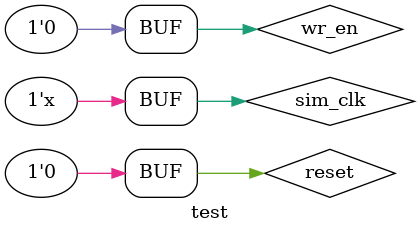
<source format=v>
`timescale 1ns / 1ps


module test(

    );



    reg reset;
    reg sim_clk;
    
    // clock periods 
    
    parameter CLK_PERIOD = 10;  // 10 ns = 100 MHZ 

    reg [15:0] dat_in;
    reg [9:0] wr_adr;
    reg wr_en;
    reg rd_en; 
    
    wire [15:0] dat_out;
    wire done; 
    reg [9:0] rd_adr; 
    
    integer i; 
    
    
    bubblesort bubblesort(.clk(sim_clk), .reset(reset), .dat_in(dat_in), .done(done),  .wr_adr(wr_adr), .wr_en(wr_en), .dat_out(dat_out), .rd_en(rd_en), .rd_adr(rd_adr)); 
    
// generate clock and reset 
    initial sim_clk = 1'b0;
    
    always #(CLK_PERIOD/2.0)
        sim_clk = ~sim_clk; 
     
     initial begin 
      reset = 1'b1; 
      i = 0; 
       rd_en = 0; 
       wr_en = 0; 
       rd_adr = 0; 
     // reset goes inactive after 20 clocks 
     
     #20; 
        reset = 0; 
      
      end
    
     always @(posedge sim_clk) 
        begin 
        i = i + 1; 
        if (i > 896)  
            begin 
            rd_en <= 1; 
            rd_adr <= i[3:0];
         end 
         
        $monitor(sim_clk, " sim_clk=%b, done:%b rd_adr:%h wr_adr:%h dat_in:%h dat_out:%h wr_en:%b rd_en:%b", sim_clk, done, rd_adr, wr_adr, dat_in, dat_out, wr_en, rd_en); 
        
       
        end
  
  
  endmodule 
        
         

</source>
